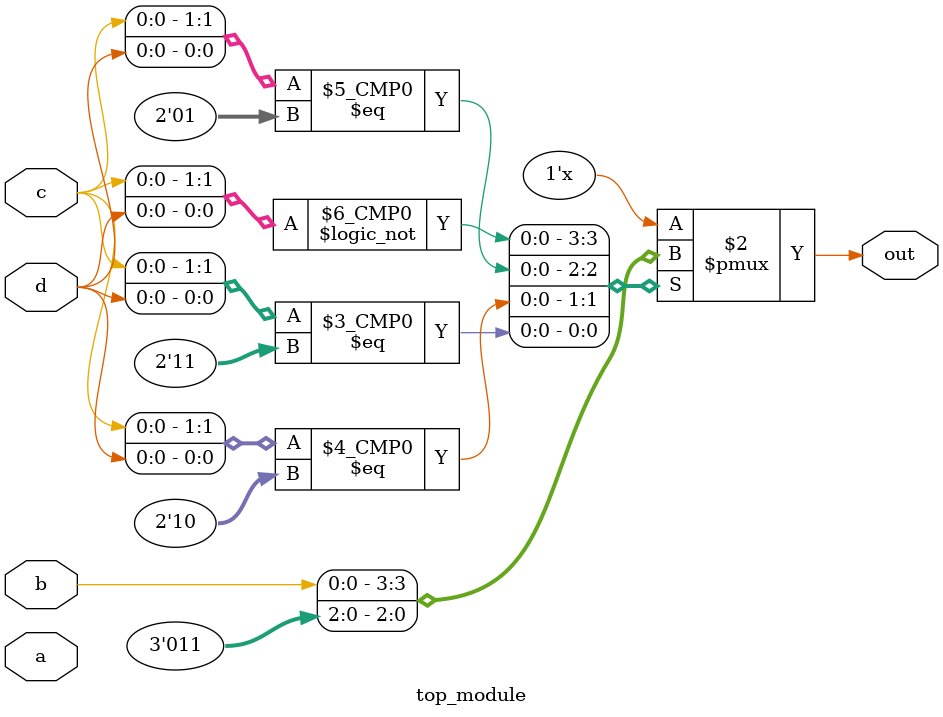
<source format=sv>
module top_module (
    input a, 
    input b,
    input c,
    input d,
    output reg out
);

always @(*) begin
    case ({c, d})
        2'b00: out = b;
        2'b01: out = 0;
        2'b10: out = 1;
        2'b11: out = 1;
    endcase
end

endmodule

</source>
